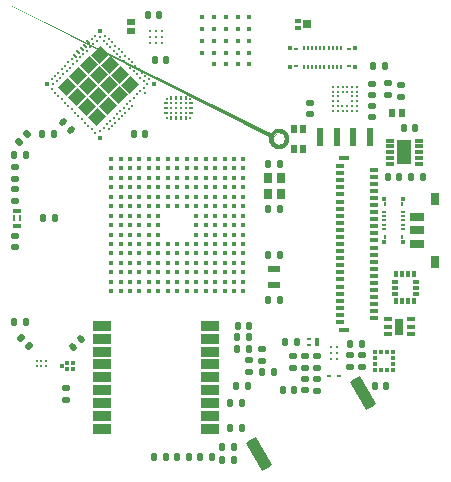
<source format=gbr>
%TF.GenerationSoftware,KiCad,Pcbnew,7.0.1*%
%TF.CreationDate,2023-12-24T21:56:23+00:00*%
%TF.ProjectId,watch_main,77617463-685f-46d6-9169-6e2e6b696361,rev?*%
%TF.SameCoordinates,Original*%
%TF.FileFunction,Paste,Top*%
%TF.FilePolarity,Positive*%
%FSLAX46Y46*%
G04 Gerber Fmt 4.6, Leading zero omitted, Abs format (unit mm)*
G04 Created by KiCad (PCBNEW 7.0.1) date 2023-12-24 21:56:23*
%MOMM*%
%LPD*%
G01*
G04 APERTURE LIST*
G04 Aperture macros list*
%AMRoundRect*
0 Rectangle with rounded corners*
0 $1 Rounding radius*
0 $2 $3 $4 $5 $6 $7 $8 $9 X,Y pos of 4 corners*
0 Add a 4 corners polygon primitive as box body*
4,1,4,$2,$3,$4,$5,$6,$7,$8,$9,$2,$3,0*
0 Add four circle primitives for the rounded corners*
1,1,$1+$1,$2,$3*
1,1,$1+$1,$4,$5*
1,1,$1+$1,$6,$7*
1,1,$1+$1,$8,$9*
0 Add four rect primitives between the rounded corners*
20,1,$1+$1,$2,$3,$4,$5,0*
20,1,$1+$1,$4,$5,$6,$7,0*
20,1,$1+$1,$6,$7,$8,$9,0*
20,1,$1+$1,$8,$9,$2,$3,0*%
%AMRotRect*
0 Rectangle, with rotation*
0 The origin of the aperture is its center*
0 $1 length*
0 $2 width*
0 $3 Rotation angle, in degrees counterclockwise*
0 Add horizontal line*
21,1,$1,$2,0,0,$3*%
%AMFreePoly0*
4,1,59,0.799098,0.828199,0.965410,0.754152,1.112692,0.647145,1.234508,0.511855,1.325534,0.354194,1.381790,0.181054,1.400820,0.000000,1.381790,-0.181054,1.325534,-0.354194,1.234508,-0.511855,1.112692,-0.647145,0.965410,-0.754152,0.799098,-0.828199,0.621025,-0.866050,0.438975,-0.866050,0.260902,-0.828199,0.094590,-0.754152,-0.052692,-0.647145,-0.174508,-0.511855,-0.265534,-0.354194,
-0.321790,-0.181054,-0.339094,-0.016420,0.056698,-0.016420,0.073606,-0.134009,0.129848,-0.257162,0.218508,-0.359481,0.332403,-0.432677,0.462306,-0.470820,0.597694,-0.470820,0.727597,-0.432677,0.841492,-0.359481,0.930152,-0.257162,0.986394,-0.134009,1.005662,0.000000,0.986394,0.134009,0.930152,0.257162,0.841492,0.359481,0.727597,0.432677,0.597694,0.470820,0.462306,0.470820,
0.332403,0.432677,0.218508,0.359481,0.129848,0.257162,0.073606,0.134009,0.056698,0.016420,0.063500,0.000000,0.056698,-0.016420,-0.339094,-0.016420,-0.339094,-0.016419,-0.340820,0.000000,-0.321790,0.181054,-0.265534,0.354194,-0.174508,0.511855,-0.052692,0.647145,0.094590,0.754152,0.260902,0.828199,0.438975,0.866050,0.621025,0.866050,0.799098,0.828199,0.799098,0.828199,
$1*%
G04 Aperture macros list end*
%ADD10C,0.250000*%
%ADD11RoundRect,0.050000X0.050000X-0.075000X0.050000X0.075000X-0.050000X0.075000X-0.050000X-0.075000X0*%
%ADD12RoundRect,0.050000X0.075000X-0.050000X0.075000X0.050000X-0.075000X0.050000X-0.075000X-0.050000X0*%
%ADD13R,0.800000X0.350000*%
%ADD14R,0.260000X0.600000*%
%ADD15RoundRect,0.140000X-0.170000X0.140000X-0.170000X-0.140000X0.170000X-0.140000X0.170000X0.140000X0*%
%ADD16RoundRect,0.140000X-0.140000X-0.170000X0.140000X-0.170000X0.140000X0.170000X-0.140000X0.170000X0*%
%ADD17RoundRect,0.140000X0.021213X-0.219203X0.219203X-0.021213X-0.021213X0.219203X-0.219203X0.021213X0*%
%ADD18RoundRect,0.140000X0.170000X-0.140000X0.170000X0.140000X-0.170000X0.140000X-0.170000X-0.140000X0*%
%ADD19RoundRect,0.135000X-0.135000X-0.185000X0.135000X-0.185000X0.135000X0.185000X-0.135000X0.185000X0*%
%ADD20RoundRect,0.135000X-0.185000X0.135000X-0.185000X-0.135000X0.185000X-0.135000X0.185000X0.135000X0*%
%ADD21R,0.800000X0.300000*%
%ADD22R,1.300000X2.100000*%
%ADD23RoundRect,0.135000X0.185000X-0.135000X0.185000X0.135000X-0.185000X0.135000X-0.185000X-0.135000X0*%
%ADD24R,0.200000X0.400000*%
%ADD25R,0.400000X0.400000*%
%ADD26R,0.360000X0.210000*%
%ADD27RoundRect,0.140000X0.140000X0.170000X-0.140000X0.170000X-0.140000X-0.170000X0.140000X-0.170000X0*%
%ADD28RoundRect,0.147500X-0.147500X-0.172500X0.147500X-0.172500X0.147500X0.172500X-0.147500X0.172500X0*%
%ADD29RoundRect,0.135000X0.135000X0.185000X-0.135000X0.185000X-0.135000X-0.185000X0.135000X-0.185000X0*%
%ADD30RoundRect,0.147500X0.172500X-0.147500X0.172500X0.147500X-0.172500X0.147500X-0.172500X-0.147500X0*%
%ADD31R,0.600000X0.800000*%
%ADD32RotRect,1.100000X1.000000X225.000000*%
%ADD33C,0.400000*%
%ADD34RoundRect,0.012700X-0.061165X0.133007X-0.133007X0.061165X0.061165X-0.133007X0.133007X-0.061165X0*%
%ADD35R,0.400000X0.200000*%
%ADD36R,0.220000X0.360000*%
%ADD37R,0.650000X0.300000*%
%ADD38R,0.950000X0.400000*%
%ADD39R,0.800000X0.900000*%
%ADD40R,0.300000X0.375000*%
%ADD41R,0.750000X0.300000*%
%ADD42R,0.750000X1.450000*%
%ADD43R,0.304800X0.533400*%
%ADD44R,0.533400X0.304800*%
%ADD45C,0.298000*%
%ADD46R,0.480000X0.400000*%
%ADD47R,0.750000X0.750000*%
%ADD48C,0.306000*%
%ADD49R,0.400000X0.250000*%
%ADD50R,0.400000X0.700000*%
%ADD51R,1.600000X0.900000*%
%ADD52R,0.300000X0.350000*%
%ADD53R,0.350000X0.300000*%
%ADD54R,0.800000X0.600000*%
%ADD55R,0.250000X0.250000*%
%ADD56R,0.550000X1.600000*%
%ADD57R,1.100000X0.600000*%
%ADD58RoundRect,0.062500X0.117500X0.062500X-0.117500X0.062500X-0.117500X-0.062500X0.117500X-0.062500X0*%
%ADD59R,1.200000X0.800000*%
%ADD60R,0.800000X1.000000*%
%ADD61RoundRect,0.147500X0.017678X-0.226274X0.226274X-0.017678X-0.017678X0.226274X-0.226274X0.017678X0*%
%ADD62RoundRect,0.012700X0.137300X-0.050800X0.137300X0.050800X-0.137300X0.050800X-0.137300X-0.050800X0*%
%ADD63RoundRect,0.012700X0.050800X-0.137300X0.050800X0.137300X-0.050800X0.137300X-0.050800X-0.137300X0*%
%ADD64C,0.370000*%
%ADD65RoundRect,0.147500X-0.226274X-0.017678X-0.017678X-0.226274X0.226274X0.017678X0.017678X0.226274X0*%
%ADD66RoundRect,0.100000X0.303590X-1.325833X0.996410X-0.925833X-0.303590X1.325833X-0.996410X0.925833X0*%
%ADD67RoundRect,0.140000X0.219203X0.021213X0.021213X0.219203X-0.219203X-0.021213X-0.021213X-0.219203X0*%
%ADD68R,0.533400X0.762000*%
%ADD69FreePoly0,0.000000*%
%ADD70RoundRect,0.147500X0.147500X0.172500X-0.147500X0.172500X-0.147500X-0.172500X0.147500X-0.172500X0*%
%ADD71C,0.406400*%
G04 APERTURE END LIST*
%TO.C,MIC1801*%
G36*
X155966200Y-90000000D02*
G01*
X155923932Y-90266867D01*
X155801267Y-90507611D01*
X155610211Y-90698667D01*
X155369467Y-90821332D01*
X155102600Y-90863600D01*
X154835733Y-90821332D01*
X154594989Y-90698667D01*
X154403933Y-90507611D01*
X154281268Y-90266867D01*
X154239000Y-90000000D01*
X154242286Y-89924732D01*
X154609185Y-89956832D01*
X154607300Y-90000000D01*
X154631542Y-90153056D01*
X154701894Y-90291130D01*
X154811470Y-90400706D01*
X154949544Y-90471058D01*
X155102600Y-90495300D01*
X155255656Y-90471058D01*
X155393730Y-90400706D01*
X155503306Y-90291130D01*
X155573658Y-90153056D01*
X155597900Y-90000000D01*
X155596015Y-89956832D01*
X155962914Y-89924732D01*
X155966200Y-90000000D01*
G37*
G36*
X155369467Y-89178668D02*
G01*
X155610211Y-89301333D01*
X155801267Y-89492389D01*
X155923932Y-89733133D01*
X155966200Y-90000000D01*
X155962914Y-90075268D01*
X155596015Y-90043168D01*
X155597900Y-90000000D01*
X155573658Y-89846944D01*
X155503306Y-89708870D01*
X155393730Y-89599294D01*
X155255656Y-89528942D01*
X155102600Y-89504700D01*
X154949544Y-89528942D01*
X154811470Y-89599294D01*
X154701894Y-89708870D01*
X154631542Y-89846944D01*
X154607300Y-90000000D01*
X154609185Y-90043168D01*
X154242286Y-90075268D01*
X154239000Y-90000000D01*
X154281268Y-89733133D01*
X154403933Y-89492389D01*
X154594989Y-89301333D01*
X154835733Y-89178668D01*
X155102600Y-89136400D01*
X155369467Y-89178668D01*
G37*
%TD*%
D10*
%TO.C,IC201*%
X159700000Y-87600000D03*
X159700000Y-87200000D03*
X159700000Y-86800000D03*
X159700000Y-86400000D03*
X159700000Y-86000000D03*
X159700000Y-85600000D03*
X160100000Y-87600000D03*
X160100000Y-87200000D03*
D11*
X160075000Y-86800000D03*
X160075000Y-86400000D03*
D10*
X160100000Y-86000000D03*
X160100000Y-85600000D03*
X160500000Y-87600000D03*
D12*
X160480000Y-87200000D03*
D10*
X160500000Y-86000000D03*
X160500000Y-85600000D03*
X160900000Y-87600000D03*
X160900000Y-87200000D03*
D12*
X160900000Y-86000000D03*
D10*
X160900000Y-85600000D03*
X161300000Y-87600000D03*
X161300000Y-87200000D03*
X161300000Y-86800000D03*
X161300000Y-86400000D03*
X161300000Y-86000000D03*
X161300000Y-85600000D03*
X161700000Y-87600000D03*
X161700000Y-87200000D03*
X161700000Y-86800000D03*
X161700000Y-86400000D03*
X161700000Y-86000000D03*
X161700000Y-85600000D03*
%TD*%
D13*
%TO.C,ANT1601*%
X132931000Y-97361000D03*
D14*
X133184000Y-96736000D03*
D13*
X132931000Y-96111000D03*
D14*
X132678000Y-96736000D03*
%TD*%
D15*
%TO.C,C207*%
X157700000Y-86920000D03*
X157700000Y-87880000D03*
%TD*%
D16*
%TO.C,C803*%
X154220000Y-103600000D03*
X155180000Y-103600000D03*
%TD*%
D17*
%TO.C,C402*%
X137680589Y-107619411D03*
X138359411Y-106940589D03*
%TD*%
D18*
%TO.C,C1601*%
X132720000Y-99142000D03*
X132720000Y-98182000D03*
%TD*%
D19*
%TO.C,R202*%
X163090000Y-83800000D03*
X164110000Y-83800000D03*
%TD*%
D20*
%TO.C,R1717*%
X156300000Y-108390000D03*
X156300000Y-109410000D03*
%TD*%
D21*
%TO.C,IC1401*%
X164487500Y-90137500D03*
X164487500Y-90637500D03*
X164487500Y-91137500D03*
X164487500Y-91637500D03*
X164487500Y-92137500D03*
X166987500Y-92137500D03*
X166987500Y-91637500D03*
X166987500Y-91137500D03*
X166987500Y-90637500D03*
X166987500Y-90137500D03*
D22*
X165737500Y-91137500D03*
%TD*%
D16*
%TO.C,C1713*%
X151620000Y-105800000D03*
X152580000Y-105800000D03*
%TD*%
D15*
%TO.C,C1712*%
X153700000Y-107820000D03*
X153700000Y-108780000D03*
%TD*%
D23*
%TO.C,R204*%
X165480000Y-86430000D03*
X165480000Y-85410000D03*
%TD*%
D16*
%TO.C,C310*%
X142820000Y-89600000D03*
X143780000Y-89600000D03*
%TD*%
D24*
%TO.C,J701*%
X157210000Y-83900000D03*
X157210000Y-82300000D03*
X157560000Y-83900000D03*
X157560000Y-82300000D03*
X157910000Y-83900000D03*
X157910000Y-82300000D03*
X158260000Y-83900000D03*
X158260000Y-82300000D03*
X158610000Y-83900000D03*
X158610000Y-82300000D03*
X158960000Y-83900000D03*
X158960000Y-82300000D03*
X159310000Y-83900000D03*
X159310000Y-82300000D03*
X159660000Y-83900000D03*
X159660000Y-82300000D03*
X160010000Y-83900000D03*
X160010000Y-82300000D03*
X160360000Y-83900000D03*
X160360000Y-82300000D03*
D25*
X156060000Y-82300000D03*
D26*
X156530000Y-82395000D03*
D25*
X156060000Y-83900000D03*
D26*
X156530000Y-83805000D03*
X161040000Y-83805000D03*
D25*
X161510000Y-83900000D03*
D26*
X161040000Y-82395000D03*
D25*
X161540000Y-82300000D03*
%TD*%
D15*
%TO.C,C401*%
X137100000Y-111120000D03*
X137100000Y-112080000D03*
%TD*%
D27*
%TO.C,C1402*%
X166667500Y-89100000D03*
X165707500Y-89100000D03*
%TD*%
D28*
%TO.C,L1601*%
X132715000Y-105500000D03*
X133685000Y-105500000D03*
%TD*%
D20*
%TO.C,R1720*%
X152600000Y-108690000D03*
X152600000Y-109710000D03*
%TD*%
D29*
%TO.C,R1713*%
X152510000Y-110900000D03*
X151490000Y-110900000D03*
%TD*%
D30*
%TO.C,L1602*%
X132720000Y-93365000D03*
X132720000Y-92395000D03*
%TD*%
D31*
%TO.C,L1401*%
X165500000Y-87800000D03*
X164700000Y-87800000D03*
%TD*%
D32*
%TO.C,U301*%
X142481802Y-85403984D03*
X141633274Y-84555456D03*
X140784746Y-83706928D03*
X139936218Y-82858400D03*
X141562563Y-86323223D03*
X140714035Y-85474695D03*
X139865507Y-84626167D03*
X139016979Y-83777639D03*
X140643324Y-87242462D03*
X139794796Y-86393934D03*
X138946268Y-85545406D03*
X138097740Y-84696878D03*
X139724086Y-88161701D03*
X138875557Y-87313173D03*
X138027029Y-86464645D03*
X137178501Y-85616116D03*
D33*
X144497056Y-85368629D03*
D10*
X143789950Y-86075736D03*
X142658579Y-87207107D03*
X142375736Y-87489949D03*
X142092893Y-87772792D03*
X141810051Y-88055635D03*
X141527208Y-88338477D03*
X141244365Y-88621320D03*
X140961522Y-88904163D03*
X140678680Y-89187006D03*
D33*
X139971573Y-89894112D03*
D10*
X141527208Y-82398781D03*
X137001725Y-86924264D03*
X141102944Y-82540202D03*
X141244365Y-82115938D03*
X136718882Y-86641421D03*
X140820101Y-82257359D03*
X140961522Y-81833095D03*
X136436039Y-86358578D03*
X140537258Y-81974516D03*
X140678680Y-81550252D03*
X136153196Y-86075736D03*
X140254416Y-81691674D03*
X140395837Y-81267410D03*
X135870354Y-85792893D03*
X139971573Y-81408831D03*
X139688730Y-81691674D03*
X139405888Y-81974516D03*
X139123045Y-82257359D03*
X138840202Y-82540202D03*
X138557359Y-82823045D03*
X138274517Y-83105887D03*
X137991674Y-83388730D03*
X137708831Y-83671573D03*
X137425989Y-83954415D03*
X137143146Y-84237258D03*
X136860303Y-84520101D03*
X136577460Y-84802944D03*
X136294618Y-85085786D03*
X136011775Y-85368629D03*
D33*
X139971573Y-80843146D03*
D10*
X139547309Y-81267410D03*
X139264466Y-81550252D03*
D34*
X138963946Y-81815417D03*
X138681103Y-82098260D03*
X138398260Y-82381103D03*
X138115418Y-82663946D03*
X137832575Y-82946788D03*
D10*
X137567410Y-83247309D03*
X137284567Y-83530151D03*
X137001725Y-83812994D03*
X136718882Y-84095837D03*
X136436039Y-84378680D03*
X136153196Y-84661522D03*
X135870354Y-84944365D03*
D33*
X135446090Y-85368629D03*
D10*
X143931371Y-85368629D03*
X143648528Y-85651472D03*
X143365686Y-85934314D03*
X143082843Y-86217157D03*
X142800000Y-86500000D03*
X142517157Y-86782843D03*
X142234315Y-87065685D03*
X141951472Y-87348528D03*
X141668629Y-87631371D03*
X141385787Y-87914213D03*
X141102944Y-88197056D03*
X140820101Y-88479899D03*
X140537258Y-88762742D03*
X140254416Y-89045584D03*
X139971573Y-89328427D03*
X144072792Y-84944365D03*
X139547309Y-89469848D03*
X143648528Y-85085786D03*
X143789950Y-84661522D03*
X139264466Y-89187006D03*
X143365686Y-84802944D03*
X143507107Y-84378680D03*
X138981624Y-88904163D03*
X143082843Y-84520101D03*
X143224264Y-84095837D03*
X138698781Y-88621320D03*
X142800000Y-84237258D03*
X142941421Y-83812994D03*
X138415938Y-88338477D03*
X142517157Y-83954415D03*
X142658579Y-83530151D03*
X138133095Y-88055635D03*
X142234315Y-83671573D03*
X142375736Y-83247309D03*
X137850253Y-87772792D03*
X141951472Y-83388730D03*
X142092893Y-82964466D03*
X137567410Y-87489949D03*
X141668629Y-83105887D03*
X141810051Y-82681623D03*
X137284567Y-87207107D03*
X141385787Y-82823045D03*
%TD*%
D35*
%TO.C,J601*%
X164000000Y-96200000D03*
X164000000Y-96550000D03*
X164000000Y-96900000D03*
X164000000Y-97250000D03*
X164000000Y-97600000D03*
X165600000Y-97600000D03*
X165600000Y-97250000D03*
X165600000Y-96550000D03*
X165600000Y-96900000D03*
X165600000Y-96200000D03*
D25*
X164000000Y-95050000D03*
X165600000Y-95050000D03*
D36*
X164090000Y-95500000D03*
X165510000Y-95500000D03*
X164090000Y-98300000D03*
X165510000Y-98300000D03*
D25*
X164000000Y-98750000D03*
X165600000Y-98750000D03*
%TD*%
D21*
%TO.C,J501*%
X160300000Y-92300000D03*
D37*
X163175000Y-92600000D03*
D21*
X160300000Y-92900000D03*
D37*
X163175000Y-93200000D03*
D21*
X160300000Y-93500000D03*
D37*
X163175000Y-93800000D03*
D21*
X160300000Y-94100000D03*
D37*
X163175000Y-94400000D03*
D21*
X160300000Y-94700000D03*
D37*
X163175000Y-95000000D03*
D21*
X160300000Y-95300000D03*
D37*
X163175000Y-95600000D03*
D21*
X160300000Y-95900000D03*
D37*
X163175000Y-96200000D03*
D21*
X160300000Y-96500000D03*
D37*
X163175000Y-96800000D03*
D21*
X160300000Y-97100000D03*
D37*
X163175000Y-97400000D03*
D21*
X160300000Y-97700000D03*
D37*
X163175000Y-98000000D03*
D21*
X160300000Y-98300000D03*
D37*
X163175000Y-98600000D03*
D21*
X160300000Y-98900000D03*
D37*
X163175000Y-99200000D03*
D21*
X160300000Y-99500000D03*
D37*
X163175000Y-99800000D03*
D21*
X160300000Y-100100000D03*
D37*
X163175000Y-100400000D03*
D21*
X160300000Y-100700000D03*
D37*
X163175000Y-101000000D03*
D21*
X160300000Y-101300000D03*
D37*
X163175000Y-101600000D03*
D21*
X160300000Y-101900000D03*
D37*
X163175000Y-102200000D03*
D21*
X160300000Y-102500000D03*
D37*
X163175000Y-102800000D03*
D21*
X160300000Y-103100000D03*
D37*
X163175000Y-103400000D03*
D21*
X160300000Y-103700000D03*
D37*
X163175000Y-104000000D03*
D21*
X160300000Y-104300000D03*
D37*
X163175000Y-104600000D03*
D21*
X160300000Y-104900000D03*
D37*
X163175000Y-105200000D03*
D21*
X160300000Y-105500000D03*
D38*
X160575000Y-91600000D03*
X160575000Y-106200000D03*
%TD*%
D39*
%TO.C,Y801*%
X155250000Y-94700000D03*
X155250000Y-93300000D03*
X154150000Y-93300000D03*
X154150000Y-94700000D03*
%TD*%
D27*
%TO.C,C1404*%
X167267500Y-93237500D03*
X166307500Y-93237500D03*
%TD*%
D29*
%TO.C,R1722*%
X152610000Y-107800000D03*
X151590000Y-107800000D03*
%TD*%
D19*
%TO.C,R1702*%
X146440000Y-116900000D03*
X147460000Y-116900000D03*
%TD*%
%TO.C,R1721*%
X153690000Y-109700000D03*
X154710000Y-109700000D03*
%TD*%
D40*
%TO.C,FL401*%
X136700000Y-109230000D03*
X137200000Y-109517500D03*
X137700000Y-109517500D03*
X137700000Y-108942500D03*
X137200000Y-108942500D03*
%TD*%
D41*
%TO.C,IC1302*%
X166300000Y-106550000D03*
X166300000Y-105900000D03*
X166300000Y-105250000D03*
X164300000Y-105250000D03*
X164300000Y-105900000D03*
X164300000Y-106550000D03*
D42*
X165300000Y-105900000D03*
%TD*%
D16*
%TO.C,C804*%
X154220000Y-99800000D03*
X155180000Y-99800000D03*
%TD*%
D43*
%TO.C,U1301*%
X165049811Y-103730300D03*
X165549937Y-103730300D03*
X166050063Y-103730300D03*
X166550189Y-103730300D03*
D44*
X166689000Y-103100126D03*
X166689000Y-102600000D03*
X166689000Y-102099874D03*
D43*
X166550189Y-101469700D03*
X166050063Y-101469700D03*
X165549937Y-101469700D03*
X165049811Y-101469700D03*
D44*
X164911000Y-102099874D03*
X164911000Y-102600000D03*
X164911000Y-103100126D03*
%TD*%
D18*
%TO.C,C1707*%
X157300000Y-109380000D03*
X157300000Y-108420000D03*
%TD*%
D45*
%TO.C,IC1702*%
X159500000Y-108600000D03*
X159500000Y-108100000D03*
X159500000Y-107600000D03*
X160000000Y-108600000D03*
X160000000Y-108100000D03*
X160000000Y-107600000D03*
%TD*%
D16*
%TO.C,C1705*%
X163220000Y-110900000D03*
X164180000Y-110900000D03*
%TD*%
D18*
%TO.C,C1602*%
X132720000Y-95222000D03*
X132720000Y-94262000D03*
%TD*%
D19*
%TO.C,R1704*%
X148390000Y-116900000D03*
X149410000Y-116900000D03*
%TD*%
D16*
%TO.C,C1403*%
X164307500Y-93237500D03*
X165267500Y-93237500D03*
%TD*%
%TO.C,C802*%
X154220000Y-95900000D03*
X155180000Y-95900000D03*
%TD*%
D15*
%TO.C,C202*%
X163000000Y-85320000D03*
X163000000Y-86280000D03*
%TD*%
D29*
%TO.C,R1709*%
X152010000Y-114500000D03*
X150990000Y-114500000D03*
%TD*%
D46*
%TO.C,Q201*%
X156720000Y-80025000D03*
D47*
X157480000Y-80300000D03*
D46*
X156720000Y-80575000D03*
%TD*%
D20*
%TO.C,R1716*%
X158300000Y-108390000D03*
X158300000Y-109410000D03*
%TD*%
D48*
%TO.C,IC202*%
X144200000Y-81900000D03*
X144200000Y-81400000D03*
X144200000Y-80900000D03*
X144700000Y-81900000D03*
X144700000Y-81400000D03*
X144700000Y-80900000D03*
X145200000Y-81900000D03*
X145200000Y-81400000D03*
X145200000Y-80900000D03*
%TD*%
D20*
%TO.C,R201*%
X164300000Y-85290000D03*
X164300000Y-86310000D03*
%TD*%
D49*
%TO.C,Q1704*%
X157650000Y-106975000D03*
X157650000Y-107425000D03*
D50*
X158350000Y-107200000D03*
%TD*%
D51*
%TO.C,U401*%
X149300000Y-114600000D03*
X149300000Y-113500000D03*
X149300000Y-112400000D03*
X149300000Y-111300000D03*
X149300000Y-110200000D03*
X149300000Y-109100000D03*
X149300000Y-108000000D03*
X149300000Y-106900000D03*
X149300000Y-105800000D03*
X140100000Y-105800000D03*
X140100000Y-106900000D03*
X140100000Y-108000000D03*
X140100000Y-109100000D03*
X140100000Y-110200000D03*
X140100000Y-111300000D03*
X140100000Y-112400000D03*
X140100000Y-113500000D03*
X140100000Y-114600000D03*
%TD*%
D52*
%TO.C,IC1301*%
X164750000Y-108050000D03*
X164250000Y-108050000D03*
X163750000Y-108050000D03*
X163250000Y-108050000D03*
D53*
X163250000Y-108550000D03*
X163250000Y-109050000D03*
D52*
X163250000Y-109550000D03*
X163750000Y-109550000D03*
X164250000Y-109550000D03*
X164750000Y-109550000D03*
D53*
X164750000Y-109050000D03*
X164750000Y-108550000D03*
%TD*%
D28*
%TO.C,L1603*%
X132715000Y-91400000D03*
X133685000Y-91400000D03*
%TD*%
D27*
%TO.C,C801*%
X155180000Y-92100000D03*
X154220000Y-92100000D03*
%TD*%
D19*
%TO.C,R1601*%
X135098000Y-96735000D03*
X136118000Y-96735000D03*
%TD*%
D29*
%TO.C,R1706*%
X151310000Y-117200000D03*
X150290000Y-117200000D03*
%TD*%
D19*
%TO.C,R1723*%
X151590000Y-106800000D03*
X152610000Y-106800000D03*
%TD*%
D54*
%TO.C,L203*%
X142600000Y-80100000D03*
X142600000Y-80900000D03*
%TD*%
D55*
%TO.C,IC401*%
X134600000Y-109225000D03*
X135000000Y-109225000D03*
X135400000Y-109225000D03*
X135400000Y-108825000D03*
X135000000Y-108825000D03*
X134600000Y-108825000D03*
%TD*%
D19*
%TO.C,R1701*%
X144540000Y-116900000D03*
X145560000Y-116900000D03*
%TD*%
D20*
%TO.C,R1703*%
X158300000Y-110290000D03*
X158300000Y-111310000D03*
%TD*%
D18*
%TO.C,C1709*%
X161100000Y-109280000D03*
X161100000Y-108320000D03*
%TD*%
D56*
%TO.C,L202*%
X160025000Y-89800000D03*
X158575000Y-89800000D03*
%TD*%
D57*
%TO.C,Y802*%
X154700000Y-101000000D03*
X154700000Y-102400000D03*
%TD*%
D58*
%TO.C,D1701*%
X159380000Y-110100000D03*
X160220000Y-110100000D03*
%TD*%
D59*
%TO.C,SW1501*%
X166800000Y-98900000D03*
X166800000Y-96600000D03*
X166800000Y-97750000D03*
D60*
X168350000Y-100450000D03*
X168350000Y-95050000D03*
%TD*%
D61*
%TO.C,L1604*%
X133107053Y-90242947D03*
X133792947Y-89557053D03*
%TD*%
D19*
%TO.C,R1715*%
X155590000Y-107200000D03*
X156610000Y-107200000D03*
%TD*%
%TO.C,R1707*%
X150290000Y-116100000D03*
X151310000Y-116100000D03*
%TD*%
D15*
%TO.C,C204*%
X163000000Y-87220000D03*
X163000000Y-88180000D03*
%TD*%
D10*
%TO.C,IC1201*%
X145600000Y-88200000D03*
D62*
X145575000Y-87800000D03*
X145575000Y-87400000D03*
X145575000Y-87000000D03*
D10*
X145600000Y-86600000D03*
D63*
X146000000Y-88225000D03*
D10*
X146000000Y-87800000D03*
X146000000Y-87400000D03*
X146000000Y-87000000D03*
D63*
X146000000Y-86575000D03*
X146400000Y-88225000D03*
D10*
X146400000Y-87800000D03*
X146400000Y-87400000D03*
X146400000Y-87000000D03*
D63*
X146400000Y-86575000D03*
X146800000Y-88225000D03*
D10*
X146800000Y-87800000D03*
X146800000Y-87400000D03*
X146800000Y-87000000D03*
D63*
X146800000Y-86575000D03*
X147200000Y-88225000D03*
D10*
X147200000Y-87800000D03*
X147200000Y-87400000D03*
X147200000Y-87000000D03*
D63*
X147200000Y-86575000D03*
D10*
X147600000Y-88200000D03*
D62*
X147625000Y-87800000D03*
X147625000Y-87400000D03*
X147625000Y-87000000D03*
D10*
X147600000Y-86600000D03*
%TD*%
D29*
%TO.C,R1719*%
X162110000Y-107400000D03*
X161090000Y-107400000D03*
%TD*%
D64*
%TO.C,IC1001*%
X148600000Y-82700000D03*
X148600000Y-81700000D03*
X148600000Y-80700000D03*
X148600000Y-79700000D03*
X149600000Y-83700000D03*
X149600000Y-82700000D03*
X149600000Y-81700000D03*
X149600000Y-80700000D03*
X149600000Y-79700000D03*
X150600000Y-83700000D03*
X150600000Y-82700000D03*
X150600000Y-81700000D03*
X150600000Y-80700000D03*
X150600000Y-79700000D03*
X151600000Y-83700000D03*
X151600000Y-82700000D03*
X151600000Y-81700000D03*
X151600000Y-80700000D03*
X151600000Y-79700000D03*
X152600000Y-83700000D03*
X152600000Y-82700000D03*
X152600000Y-81700000D03*
X152600000Y-80700000D03*
X152600000Y-79700000D03*
%TD*%
D65*
%TO.C,L401*%
X133257053Y-106857053D03*
X133942947Y-107542947D03*
%TD*%
D29*
%TO.C,R1708*%
X152010000Y-112400000D03*
X150990000Y-112400000D03*
%TD*%
D27*
%TO.C,C1702*%
X156380000Y-111300000D03*
X155420000Y-111300000D03*
%TD*%
D66*
%TO.C,L1701*%
X153383270Y-116650000D03*
X162216730Y-111550000D03*
%TD*%
D16*
%TO.C,C210*%
X144620000Y-83300000D03*
X145580000Y-83300000D03*
%TD*%
D67*
%TO.C,C315*%
X137539411Y-89239411D03*
X136860589Y-88560589D03*
%TD*%
D15*
%TO.C,C1301*%
X162100000Y-108320000D03*
X162100000Y-109280000D03*
%TD*%
D18*
%TO.C,C1701*%
X157300000Y-111280000D03*
X157300000Y-110320000D03*
%TD*%
D16*
%TO.C,C209*%
X144020000Y-79500000D03*
X144980000Y-79500000D03*
%TD*%
D68*
%TO.C,MIC1801*%
X157176600Y-90837500D03*
X156354600Y-90837500D03*
X157176600Y-89162500D03*
X156354600Y-89162500D03*
D69*
X154585200Y-90000000D03*
%TD*%
D56*
%TO.C,L201*%
X162825000Y-89800000D03*
X161375000Y-89800000D03*
%TD*%
D70*
%TO.C,L303*%
X136035000Y-89550000D03*
X135065000Y-89550000D03*
%TD*%
D71*
%TO.C,U801*%
X152099999Y-102899999D03*
X151299999Y-102899999D03*
X150500000Y-102899999D03*
X149700000Y-102899999D03*
X148900000Y-102899999D03*
X148100000Y-102899999D03*
X147300000Y-102899999D03*
X146500000Y-102899999D03*
X145700000Y-102899999D03*
X144900000Y-102899999D03*
X144100000Y-102899999D03*
X143300000Y-102899999D03*
X142500000Y-102899999D03*
X141700001Y-102899999D03*
X140900001Y-102899999D03*
X152099999Y-102099999D03*
X151299999Y-102099999D03*
X150500000Y-102099999D03*
X149700000Y-102099999D03*
X148900000Y-102099999D03*
X148100000Y-102099999D03*
X147300000Y-102099999D03*
X146500000Y-102099999D03*
X145700000Y-102099999D03*
X144900000Y-102099999D03*
X144100000Y-102099999D03*
X143300000Y-102099999D03*
X142500000Y-102099999D03*
X141700001Y-102099999D03*
X140900001Y-102099999D03*
X152099999Y-101300000D03*
X151299999Y-101300000D03*
X150500000Y-101300000D03*
X149700000Y-101300000D03*
X148900000Y-101300000D03*
X148100000Y-101300000D03*
X147300000Y-101300000D03*
X146500000Y-101300000D03*
X145700000Y-101300000D03*
X144900000Y-101300000D03*
X144100000Y-101300000D03*
X143300000Y-101300000D03*
X142500000Y-101300000D03*
X141700001Y-101300000D03*
X140900001Y-101300000D03*
X152099999Y-100500000D03*
X151299999Y-100500000D03*
X150500000Y-100500000D03*
X149700000Y-100500000D03*
X148900000Y-100500000D03*
X148100000Y-100500000D03*
X147300000Y-100500000D03*
X146500000Y-100500000D03*
X145700000Y-100500000D03*
X144900000Y-100500000D03*
X144100000Y-100500000D03*
X143300000Y-100500000D03*
X142500000Y-100500000D03*
X141700001Y-100500000D03*
X140900001Y-100500000D03*
X152099999Y-99700000D03*
X151299999Y-99700000D03*
X150500000Y-99700000D03*
X149700000Y-99700000D03*
X148900000Y-99700000D03*
X148100000Y-99700000D03*
X147300000Y-99700000D03*
X146500000Y-99700000D03*
X145700000Y-99700000D03*
X144900000Y-99700000D03*
X144100000Y-99700000D03*
X143300000Y-99700000D03*
X142500000Y-99700000D03*
X141700001Y-99700000D03*
X140900001Y-99700000D03*
X152099999Y-98900000D03*
X151299999Y-98900000D03*
X150500000Y-98900000D03*
X149700000Y-98900000D03*
X148900000Y-98900000D03*
X148100000Y-98900000D03*
X147300000Y-98900000D03*
X146500000Y-98900000D03*
X145700000Y-98900000D03*
X144900000Y-98900000D03*
X144100000Y-98900000D03*
X143300000Y-98900000D03*
X142500000Y-98900000D03*
X141700001Y-98900000D03*
X140900001Y-98900000D03*
X152099999Y-98100000D03*
X151299999Y-98100000D03*
X150500000Y-98100000D03*
X149700000Y-98100000D03*
X148900000Y-98100000D03*
X148100000Y-98100000D03*
X144900000Y-98100000D03*
X144100000Y-98100000D03*
X143300000Y-98100000D03*
X142500000Y-98100000D03*
X141700001Y-98100000D03*
X140900001Y-98100000D03*
X152099999Y-97300000D03*
X151299999Y-97300000D03*
X150500000Y-97300000D03*
X149700000Y-97300000D03*
X148900000Y-97300000D03*
X148100000Y-97300000D03*
X144900000Y-97300000D03*
X144100000Y-97300000D03*
X143300000Y-97300000D03*
X142500000Y-97300000D03*
X141700001Y-97300000D03*
X140900001Y-97300000D03*
X152099999Y-96500000D03*
X151299999Y-96500000D03*
X150500000Y-96500000D03*
X149700000Y-96500000D03*
X148900000Y-96500000D03*
X148100000Y-96500000D03*
X144900000Y-96500000D03*
X144100000Y-96500000D03*
X143300000Y-96500000D03*
X142500000Y-96500000D03*
X141700001Y-96500000D03*
X140900001Y-96500000D03*
X152099999Y-95700000D03*
X151299999Y-95700000D03*
X150500000Y-95700000D03*
X149700000Y-95700000D03*
X148900000Y-95700000D03*
X148100000Y-95700000D03*
X147300000Y-95700000D03*
X146500000Y-95700000D03*
X145700000Y-95700000D03*
X144900000Y-95700000D03*
X144100000Y-95700000D03*
X143300000Y-95700000D03*
X142500000Y-95700000D03*
X141700001Y-95700000D03*
X140900001Y-95700000D03*
X152099999Y-94900000D03*
X151299999Y-94900000D03*
X150500000Y-94900000D03*
X149700000Y-94900000D03*
X148900000Y-94900000D03*
X148100000Y-94900000D03*
X147300000Y-94900000D03*
X146500000Y-94900000D03*
X145700000Y-94900000D03*
X144900000Y-94900000D03*
X144100000Y-94900000D03*
X143300000Y-94900000D03*
X142500000Y-94900000D03*
X141700001Y-94900000D03*
X140900001Y-94900000D03*
X152099999Y-94100000D03*
X151299999Y-94100000D03*
X150500000Y-94100000D03*
X149700000Y-94100000D03*
X148900000Y-94100000D03*
X148100000Y-94100000D03*
X147300000Y-94100000D03*
X146500000Y-94100000D03*
X145700000Y-94100000D03*
X144900000Y-94100000D03*
X144100000Y-94100000D03*
X143300000Y-94100000D03*
X142500000Y-94100000D03*
X141700001Y-94100000D03*
X140900001Y-94100000D03*
X152099999Y-93300000D03*
X151299999Y-93300000D03*
X150500000Y-93300000D03*
X149700000Y-93300000D03*
X148900000Y-93300000D03*
X148100000Y-93300000D03*
X147300000Y-93300000D03*
X146500000Y-93300000D03*
X145700000Y-93300000D03*
X144900000Y-93300000D03*
X144100000Y-93300000D03*
X143300000Y-93300000D03*
X142500000Y-93300000D03*
X141700001Y-93300000D03*
X140900001Y-93300000D03*
X152099999Y-92500001D03*
X151299999Y-92500001D03*
X150500000Y-92500001D03*
X149700000Y-92500001D03*
X148900000Y-92500001D03*
X148100000Y-92500001D03*
X147300000Y-92500001D03*
X146500000Y-92500001D03*
X145700000Y-92500001D03*
X144900000Y-92500001D03*
X144100000Y-92500001D03*
X143300000Y-92500001D03*
X142500000Y-92500001D03*
X141700001Y-92500001D03*
X140900001Y-92500001D03*
X152099999Y-91700001D03*
X151299999Y-91700001D03*
X150500000Y-91700001D03*
X149700000Y-91700001D03*
X148900000Y-91700001D03*
X148100000Y-91700001D03*
X147300000Y-91700001D03*
X146500000Y-91700001D03*
X145700000Y-91700001D03*
X144900000Y-91700001D03*
X144100000Y-91700001D03*
X143300000Y-91700001D03*
X142500000Y-91700001D03*
X141700001Y-91700001D03*
X140900001Y-91700001D03*
%TD*%
M02*

</source>
